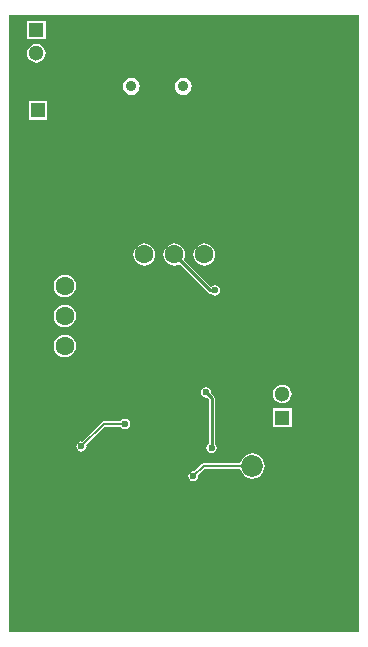
<source format=gbl>
G04*
G04 #@! TF.GenerationSoftware,Altium Limited,Altium Designer,20.1.14 (287)*
G04*
G04 Layer_Physical_Order=2*
G04 Layer_Color=16711680*
%FSLAX25Y25*%
%MOIN*%
G70*
G04*
G04 #@! TF.SameCoordinates,4531C12C-93FC-4365-9EE7-7E3AE0C659AD*
G04*
G04*
G04 #@! TF.FilePolarity,Positive*
G04*
G01*
G75*
%ADD10C,0.00787*%
%ADD13C,0.00984*%
%ADD53C,0.05118*%
%ADD54R,0.05118X0.05118*%
%ADD58R,0.05118X0.05118*%
%ADD65C,0.03543*%
%ADD66C,0.06299*%
%ADD67R,0.06299X0.06299*%
%ADD68R,0.07284X0.07284*%
%ADD69C,0.07284*%
%ADD70R,0.06299X0.06299*%
%ADD71C,0.02362*%
G36*
X117697Y206197D02*
Y803D01*
X803Y803D01*
Y206197D01*
X117697Y206197D01*
D02*
G37*
%LPC*%
G36*
X13059Y204496D02*
X6941D01*
Y198378D01*
X13059D01*
Y204496D01*
D02*
G37*
G36*
X10000Y196648D02*
X9201Y196543D01*
X8457Y196235D01*
X7818Y195745D01*
X7328Y195106D01*
X7020Y194362D01*
X6915Y193563D01*
X7020Y192764D01*
X7328Y192020D01*
X7818Y191381D01*
X8457Y190891D01*
X9201Y190583D01*
X10000Y190478D01*
X10799Y190583D01*
X11543Y190891D01*
X12182Y191381D01*
X12672Y192020D01*
X12980Y192764D01*
X13085Y193563D01*
X12980Y194362D01*
X12672Y195106D01*
X12182Y195745D01*
X11543Y196235D01*
X10799Y196543D01*
X10000Y196648D01*
D02*
G37*
G36*
X59000Y185280D02*
X58281Y185185D01*
X57610Y184907D01*
X57034Y184466D01*
X56593Y183890D01*
X56315Y183219D01*
X56220Y182500D01*
X56315Y181781D01*
X56593Y181110D01*
X57034Y180535D01*
X57610Y180093D01*
X58281Y179815D01*
X59000Y179720D01*
X59719Y179815D01*
X60390Y180093D01*
X60966Y180535D01*
X61407Y181110D01*
X61685Y181781D01*
X61780Y182500D01*
X61685Y183219D01*
X61407Y183890D01*
X60966Y184466D01*
X60390Y184907D01*
X59719Y185185D01*
X59000Y185280D01*
D02*
G37*
G36*
X41677D02*
X40958Y185185D01*
X40287Y184907D01*
X39712Y184466D01*
X39270Y183890D01*
X38992Y183219D01*
X38897Y182500D01*
X38992Y181781D01*
X39270Y181110D01*
X39712Y180535D01*
X40287Y180093D01*
X40958Y179815D01*
X41677Y179720D01*
X42397Y179815D01*
X43067Y180093D01*
X43643Y180535D01*
X44085Y181110D01*
X44362Y181781D01*
X44457Y182500D01*
X44362Y183219D01*
X44085Y183890D01*
X43643Y184466D01*
X43067Y184907D01*
X42397Y185185D01*
X41677Y185280D01*
D02*
G37*
G36*
X13622Y177559D02*
X7504D01*
Y171441D01*
X13622D01*
Y177559D01*
D02*
G37*
G36*
X66000Y130181D02*
X65047Y130056D01*
X64160Y129688D01*
X63397Y129103D01*
X62812Y128340D01*
X62444Y127453D01*
X62319Y126500D01*
X62444Y125547D01*
X62812Y124660D01*
X63397Y123897D01*
X64160Y123312D01*
X65047Y122944D01*
X66000Y122819D01*
X66953Y122944D01*
X67840Y123312D01*
X68603Y123897D01*
X69188Y124660D01*
X69556Y125547D01*
X69681Y126500D01*
X69556Y127453D01*
X69188Y128340D01*
X68603Y129103D01*
X67840Y129688D01*
X66953Y130056D01*
X66000Y130181D01*
D02*
G37*
G36*
X46000D02*
X45047Y130056D01*
X44159Y129688D01*
X43397Y129103D01*
X42812Y128340D01*
X42444Y127453D01*
X42319Y126500D01*
X42444Y125547D01*
X42812Y124660D01*
X43397Y123897D01*
X44159Y123312D01*
X45047Y122944D01*
X46000Y122819D01*
X46953Y122944D01*
X47840Y123312D01*
X48603Y123897D01*
X49188Y124660D01*
X49556Y125547D01*
X49681Y126500D01*
X49556Y127453D01*
X49188Y128340D01*
X48603Y129103D01*
X47840Y129688D01*
X46953Y130056D01*
X46000Y130181D01*
D02*
G37*
G36*
X56000D02*
X55047Y130056D01*
X54159Y129688D01*
X53397Y129103D01*
X52812Y128340D01*
X52444Y127453D01*
X52319Y126500D01*
X52444Y125547D01*
X52812Y124660D01*
X53397Y123897D01*
X54159Y123312D01*
X55047Y122944D01*
X56000Y122819D01*
X56953Y122944D01*
X57782Y123288D01*
X67285Y113785D01*
X67613Y113565D01*
X68000Y113488D01*
X68154D01*
X68288Y113288D01*
X68844Y112916D01*
X69500Y112786D01*
X70156Y112916D01*
X70712Y113288D01*
X71084Y113844D01*
X71214Y114500D01*
X71084Y115156D01*
X70712Y115712D01*
X70156Y116084D01*
X69500Y116214D01*
X68844Y116084D01*
X68288Y115712D01*
X68225Y115706D01*
X59212Y124718D01*
X59556Y125547D01*
X59681Y126500D01*
X59556Y127453D01*
X59188Y128340D01*
X58603Y129103D01*
X57841Y129688D01*
X56953Y130056D01*
X56000Y130181D01*
D02*
G37*
G36*
X19500Y119681D02*
X18547Y119556D01*
X17660Y119188D01*
X16897Y118603D01*
X16312Y117841D01*
X15944Y116953D01*
X15819Y116000D01*
X15944Y115047D01*
X16312Y114160D01*
X16897Y113397D01*
X17660Y112812D01*
X18547Y112444D01*
X19500Y112319D01*
X20453Y112444D01*
X21340Y112812D01*
X22103Y113397D01*
X22688Y114160D01*
X23056Y115047D01*
X23181Y116000D01*
X23056Y116953D01*
X22688Y117841D01*
X22103Y118603D01*
X21340Y119188D01*
X20453Y119556D01*
X19500Y119681D01*
D02*
G37*
G36*
Y109681D02*
X18547Y109556D01*
X17660Y109188D01*
X16897Y108603D01*
X16312Y107841D01*
X15944Y106953D01*
X15819Y106000D01*
X15944Y105047D01*
X16312Y104159D01*
X16897Y103397D01*
X17660Y102812D01*
X18547Y102444D01*
X19500Y102319D01*
X20453Y102444D01*
X21340Y102812D01*
X22103Y103397D01*
X22688Y104159D01*
X23056Y105047D01*
X23181Y106000D01*
X23056Y106953D01*
X22688Y107841D01*
X22103Y108603D01*
X21340Y109188D01*
X20453Y109556D01*
X19500Y109681D01*
D02*
G37*
G36*
Y99681D02*
X18547Y99556D01*
X17660Y99188D01*
X16897Y98603D01*
X16312Y97840D01*
X15944Y96953D01*
X15819Y96000D01*
X15944Y95047D01*
X16312Y94160D01*
X16897Y93397D01*
X17660Y92812D01*
X18547Y92444D01*
X19500Y92319D01*
X20453Y92444D01*
X21340Y92812D01*
X22103Y93397D01*
X22688Y94160D01*
X23056Y95047D01*
X23181Y96000D01*
X23056Y96953D01*
X22688Y97840D01*
X22103Y98603D01*
X21340Y99188D01*
X20453Y99556D01*
X19500Y99681D01*
D02*
G37*
G36*
X92000Y83086D02*
X91201Y82980D01*
X90457Y82672D01*
X89818Y82182D01*
X89328Y81543D01*
X89020Y80799D01*
X88915Y80000D01*
X89020Y79201D01*
X89328Y78457D01*
X89818Y77818D01*
X90457Y77328D01*
X91201Y77020D01*
X92000Y76915D01*
X92799Y77020D01*
X93543Y77328D01*
X94182Y77818D01*
X94672Y78457D01*
X94980Y79201D01*
X95086Y80000D01*
X94980Y80799D01*
X94672Y81543D01*
X94182Y82182D01*
X93543Y82672D01*
X92799Y82980D01*
X92000Y83086D01*
D02*
G37*
G36*
X95059Y75185D02*
X88941D01*
Y69067D01*
X95059D01*
Y75185D01*
D02*
G37*
G36*
X39500Y71714D02*
X38844Y71584D01*
X38288Y71212D01*
X38087Y70911D01*
X32500D01*
X32151Y70842D01*
X31856Y70644D01*
X25355Y64143D01*
X25000Y64214D01*
X24344Y64084D01*
X23788Y63712D01*
X23416Y63156D01*
X23286Y62500D01*
X23416Y61844D01*
X23788Y61288D01*
X24344Y60916D01*
X25000Y60786D01*
X25656Y60916D01*
X26212Y61288D01*
X26584Y61844D01*
X26714Y62500D01*
X26643Y62855D01*
X32877Y69089D01*
X38087D01*
X38288Y68788D01*
X38844Y68416D01*
X39500Y68286D01*
X40156Y68416D01*
X40712Y68788D01*
X41084Y69344D01*
X41214Y70000D01*
X41084Y70656D01*
X40712Y71212D01*
X40156Y71584D01*
X39500Y71714D01*
D02*
G37*
G36*
X66500Y82214D02*
X65844Y82084D01*
X65288Y81712D01*
X64916Y81156D01*
X64786Y80500D01*
X64916Y79844D01*
X65288Y79288D01*
X65844Y78916D01*
X66500Y78786D01*
X66736Y78833D01*
X67412Y78158D01*
Y63423D01*
X67211Y63289D01*
X66840Y62733D01*
X66709Y62077D01*
X66840Y61421D01*
X67211Y60865D01*
X67767Y60493D01*
X68423Y60363D01*
X69079Y60493D01*
X69635Y60865D01*
X70007Y61421D01*
X70137Y62077D01*
X70007Y62733D01*
X69635Y63289D01*
X69435Y63423D01*
Y78577D01*
X69358Y78964D01*
X69138Y79292D01*
X68167Y80264D01*
X68214Y80500D01*
X68084Y81156D01*
X67712Y81712D01*
X67156Y82084D01*
X66500Y82214D01*
D02*
G37*
G36*
X82000Y60177D02*
X80919Y60035D01*
X79911Y59618D01*
X79046Y58954D01*
X78382Y58089D01*
X77965Y57081D01*
X77943Y56911D01*
X65777D01*
X65429Y56842D01*
X65133Y56644D01*
X62682Y54193D01*
X62327Y54263D01*
X61671Y54133D01*
X61115Y53761D01*
X60743Y53205D01*
X60613Y52549D01*
X60743Y51893D01*
X61115Y51337D01*
X61671Y50966D01*
X62327Y50835D01*
X62983Y50966D01*
X63539Y51337D01*
X63910Y51893D01*
X64041Y52549D01*
X63970Y52904D01*
X66155Y55089D01*
X77943D01*
X77965Y54919D01*
X78382Y53911D01*
X79046Y53046D01*
X79911Y52382D01*
X80919Y51965D01*
X82000Y51823D01*
X83081Y51965D01*
X84089Y52382D01*
X84954Y53046D01*
X85618Y53911D01*
X86035Y54919D01*
X86177Y56000D01*
X86035Y57081D01*
X85618Y58089D01*
X84954Y58954D01*
X84089Y59618D01*
X83081Y60035D01*
X82000Y60177D01*
D02*
G37*
%LPD*%
D10*
X32500Y70000D02*
X39500D01*
X25000Y62500D02*
X32500Y70000D01*
X65777Y56000D02*
X82000D01*
X62327Y52549D02*
X65777Y56000D01*
D13*
X68423Y62077D02*
Y78577D01*
X66500Y80500D02*
X68423Y78577D01*
X68000Y114500D02*
X69500D01*
X56000Y126500D02*
X68000Y114500D01*
D53*
X18437Y174500D02*
D03*
X10000Y193563D02*
D03*
X92000Y80000D02*
D03*
D54*
X10563Y174500D02*
D03*
D58*
X10000Y201437D02*
D03*
X92000Y72126D02*
D03*
D65*
X59000Y182500D02*
D03*
X41677D02*
D03*
D66*
X66000Y126500D02*
D03*
X56000D02*
D03*
X46000D02*
D03*
X19500Y96000D02*
D03*
Y106000D02*
D03*
Y116000D02*
D03*
D67*
X36000Y126500D02*
D03*
D68*
X82000Y36000D02*
D03*
D69*
Y56000D02*
D03*
D70*
X19500Y126000D02*
D03*
D71*
X71500Y50500D02*
D03*
X28500Y59500D02*
D03*
X25000Y62500D02*
D03*
X39500Y70000D02*
D03*
X26000Y69500D02*
D03*
X16000Y46500D02*
D03*
X15000Y62000D02*
D03*
X65827Y52000D02*
D03*
X62327Y52549D02*
D03*
X44000Y59500D02*
D03*
X68423Y62077D02*
D03*
X66500Y80500D02*
D03*
X61500Y81000D02*
D03*
X44000Y18500D02*
D03*
X51000Y111000D02*
D03*
X40000Y110000D02*
D03*
X96000Y41000D02*
D03*
X69500Y114500D02*
D03*
X60847Y60500D02*
D03*
X83500Y127000D02*
D03*
X83000Y122000D02*
D03*
X93000Y153000D02*
D03*
X38000Y154000D02*
D03*
X79000Y180000D02*
D03*
Y185500D02*
D03*
Y190500D02*
D03*
Y195500D02*
D03*
X51500Y84500D02*
D03*
X67000Y97000D02*
D03*
M02*

</source>
